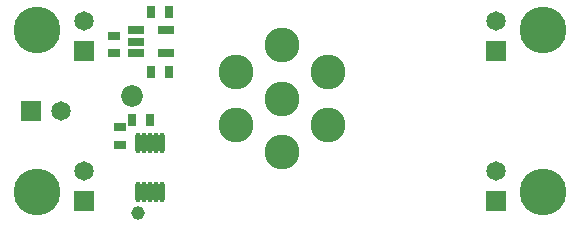
<source format=gts>
%FSLAX24Y24*%
%MOIN*%
G70*
G01*
G75*
G04 Layer_Color=8388736*
%ADD10R,0.0512X0.0217*%
%ADD11R,0.0197X0.0354*%
%ADD12R,0.0354X0.0197*%
%ADD13O,0.0118X0.0650*%
%ADD14C,0.0120*%
%ADD15C,0.0150*%
%ADD16C,0.0200*%
%ADD17C,0.1102*%
%ADD18C,0.0591*%
%ADD19R,0.0591X0.0591*%
%ADD20R,0.0591X0.0591*%
%ADD21C,0.0661*%
%ADD22C,0.0400*%
%ADD23C,0.1500*%
%ADD24R,0.0551X0.0472*%
%ADD25R,0.0669X0.0433*%
%ADD26R,0.0450X0.0700*%
%ADD27R,0.1161X0.0661*%
%ADD28R,0.1161X0.3902*%
%ADD29R,0.0700X0.0450*%
%ADD30C,0.0098*%
%ADD31C,0.0100*%
%ADD32C,0.0079*%
%ADD33C,0.0039*%
%ADD34C,0.0050*%
%ADD35C,0.0080*%
%ADD36R,0.0572X0.0277*%
%ADD37R,0.0257X0.0414*%
%ADD38R,0.0414X0.0257*%
%ADD39O,0.0178X0.0710*%
%ADD40C,0.1162*%
%ADD41C,0.0651*%
%ADD42R,0.0651X0.0651*%
%ADD43R,0.0651X0.0651*%
%ADD44C,0.0721*%
%ADD45C,0.0460*%
%ADD46C,0.1560*%
D36*
X13742Y16674D02*
D03*
Y15926D02*
D03*
X12758D02*
D03*
Y16300D02*
D03*
Y16674D02*
D03*
D37*
X13255Y17300D02*
D03*
X13845D02*
D03*
X13255Y15300D02*
D03*
X13845D02*
D03*
X13195Y13700D02*
D03*
X12605D02*
D03*
D38*
X12000Y16495D02*
D03*
Y15905D02*
D03*
X12200Y13445D02*
D03*
Y12855D02*
D03*
D39*
X12806Y11293D02*
D03*
X13003D02*
D03*
X13200D02*
D03*
X13397D02*
D03*
X13594D02*
D03*
X12806Y12907D02*
D03*
X13003D02*
D03*
X13200D02*
D03*
X13397D02*
D03*
X13594D02*
D03*
D40*
X17600Y14400D02*
D03*
X17601Y12627D02*
D03*
X19135Y13513D02*
D03*
X19134Y15286D02*
D03*
X17599Y16173D02*
D03*
X16065Y15287D02*
D03*
X16066Y13514D02*
D03*
D41*
X11000Y17000D02*
D03*
X10250Y14000D02*
D03*
X24750Y17000D02*
D03*
Y12000D02*
D03*
X11000D02*
D03*
D42*
Y16000D02*
D03*
X24750D02*
D03*
Y11000D02*
D03*
X11000D02*
D03*
D43*
X9250Y14000D02*
D03*
D44*
X12600Y14500D02*
D03*
D45*
X12806Y10594D02*
D03*
D46*
X9450Y16700D02*
D03*
Y11300D02*
D03*
X26300D02*
D03*
Y16700D02*
D03*
M02*

</source>
